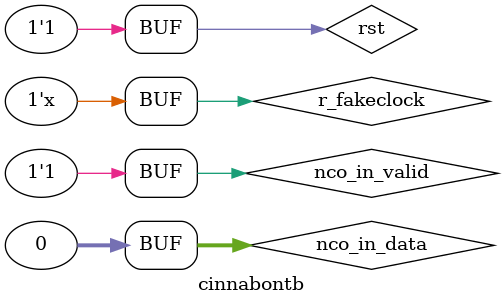
<source format=v>

`timescale 1 ns / 1 ns
module cinnabontb();

reg r_fakeclock;
//reg areset;
//wire locked;
wire oclk;
//wire oclk2;
reg rst =1;

wire ncodv;
wire[35:0] ncodata;
reg nco_in_valid = 1;
reg[31:0] nco_in_data  = 0;


wire CLK_65, CLK_125;


initial
begin
  r_fakeclock = 0;
  
  rst = 0;
  #300
  
  rst =1;
 nco_in_valid = 1;
end

always #20 r_fakeclock = ~r_fakeclock;


pll  pll_100   (
				 .inclk0(r_fakeclock),
                 .pllena(1),
                 .areset(0),
                 .c0    (CLK_125),
                 .c1	(CLK_65)
			   );


    cinnabon_qsys u0 (
        .clk_clk                                    (r_fakeclock),                                    //                        clk.clk
        .reset_reset_n                              (rst),
.nco_ii_0_in_valid                          (nco_in_valid),                          //                nco_ii_0_in.valid
        .nco_ii_0_in_data                           (nco_in_data),                           //                           .data
        .nco_ii_0_out_data                          (ncodata),                          //               nco_ii_0_out.data
        .nco_ii_0_out_valid                         (ncodv),                         //                           .valid
        .nco_ii_0_clk_clk                           (CLK_125),                           //               nco_ii_0_clk.clk
        .nco_ii_0_rst_reset_n                       (rst)                        //               nco_ii_0_rst.reset_n
    
    );


endmodule
</source>
